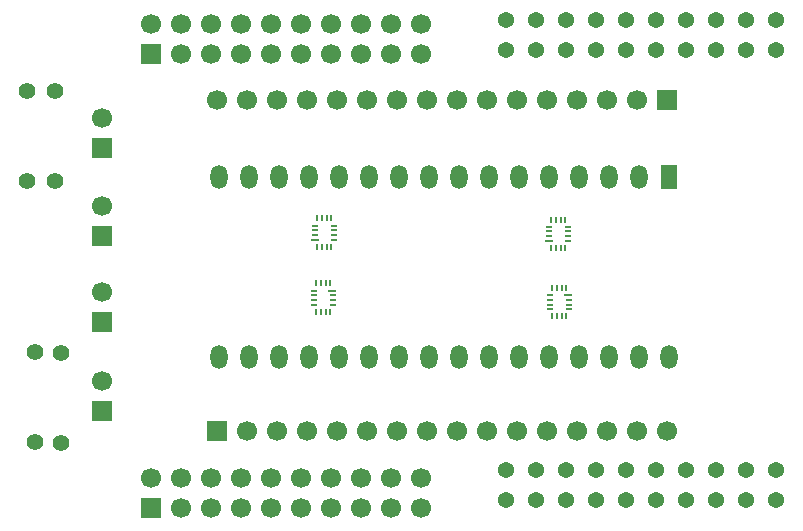
<source format=gbs>
%TF.GenerationSoftware,KiCad,Pcbnew,9.0.4*%
%TF.CreationDate,2025-10-21T11:21:35+02:00*%
%TF.ProjectId,GlasgowICAdapter,476c6173-676f-4774-9943-416461707465,rev?*%
%TF.SameCoordinates,Original*%
%TF.FileFunction,Soldermask,Bot*%
%TF.FilePolarity,Negative*%
%FSLAX46Y46*%
G04 Gerber Fmt 4.6, Leading zero omitted, Abs format (unit mm)*
G04 Created by KiCad (PCBNEW 9.0.4) date 2025-10-21 11:21:35*
%MOMM*%
%LPD*%
G01*
G04 APERTURE LIST*
%ADD10O,1.440000X2.000000*%
%ADD11R,1.440000X2.000000*%
%ADD12R,1.700000X1.700000*%
%ADD13C,1.700000*%
%ADD14C,1.400000*%
%ADD15C,1.371600*%
%ADD16R,0.700001X0.200000*%
%ADD17R,0.599999X0.200000*%
%ADD18R,0.200000X0.599999*%
G04 APERTURE END LIST*
D10*
%TO.C,J3*%
X146800000Y-108240000D03*
X144260000Y-108240000D03*
X141720000Y-108240000D03*
X139180000Y-108240000D03*
X136640000Y-108240000D03*
X134100000Y-108240000D03*
X131560000Y-108240000D03*
X129020000Y-108240000D03*
X126480000Y-108240000D03*
X123940000Y-108240000D03*
X121400000Y-108240000D03*
X118860000Y-108240000D03*
X116320000Y-108240000D03*
X113780000Y-108240000D03*
X111240000Y-108240000D03*
X108700000Y-108240000D03*
X108700000Y-93000000D03*
X111240000Y-93000000D03*
X113780000Y-93000000D03*
X116320000Y-93000000D03*
X118860000Y-93000000D03*
X121400000Y-93000000D03*
X123940000Y-93000000D03*
X126480000Y-93000000D03*
X129020000Y-93000000D03*
X131560000Y-93000000D03*
X134100000Y-93000000D03*
X136640000Y-93000000D03*
X139180000Y-93000000D03*
X141720000Y-93000000D03*
X144260000Y-93000000D03*
D11*
X146800000Y-93000000D03*
%TD*%
D12*
%TO.C,J5*%
X98800000Y-98010000D03*
D13*
X98800000Y-95470000D03*
%TD*%
D14*
%TO.C,R4*%
X95370000Y-107880000D03*
X95370000Y-115500000D03*
%TD*%
D12*
%TO.C,J11*%
X102940000Y-121040000D03*
D13*
X102940000Y-118500000D03*
X105480000Y-121040000D03*
X105480000Y-118500000D03*
X108020000Y-121040000D03*
X108020000Y-118500000D03*
X110560000Y-121040000D03*
X110560000Y-118500000D03*
X113100000Y-121040000D03*
X113100000Y-118500000D03*
X115640000Y-121040000D03*
X115640000Y-118500000D03*
X118180000Y-121040000D03*
X118180000Y-118500000D03*
X120720000Y-121040000D03*
X120720000Y-118500000D03*
X123260000Y-121040000D03*
X123260000Y-118500000D03*
X125800000Y-121040000D03*
X125800000Y-118500000D03*
%TD*%
D12*
%TO.C,J6*%
X146620000Y-86500000D03*
D13*
X144080000Y-86500000D03*
X141540000Y-86500000D03*
X139000000Y-86500000D03*
X136460000Y-86500000D03*
X133920000Y-86500000D03*
X131380000Y-86500000D03*
X128840000Y-86500000D03*
X126300000Y-86500000D03*
X123760000Y-86500000D03*
X121220000Y-86500000D03*
X118680000Y-86500000D03*
X116140000Y-86500000D03*
X113600000Y-86500000D03*
X111060000Y-86500000D03*
X108520000Y-86500000D03*
%TD*%
D12*
%TO.C,J7*%
X98800000Y-105235000D03*
D13*
X98800000Y-102695000D03*
%TD*%
D12*
%TO.C,J10*%
X102940000Y-82540000D03*
D13*
X102940000Y-80000000D03*
X105480000Y-82540000D03*
X105480000Y-80000000D03*
X108020000Y-82540000D03*
X108020000Y-80000000D03*
X110560000Y-82540000D03*
X110560000Y-80000000D03*
X113100000Y-82540000D03*
X113100000Y-80000000D03*
X115640000Y-82540000D03*
X115640000Y-80000000D03*
X118180000Y-82540000D03*
X118180000Y-80000000D03*
X120720000Y-82540000D03*
X120720000Y-80000000D03*
X123260000Y-82540000D03*
X123260000Y-80000000D03*
X125800000Y-82540000D03*
X125800000Y-80000000D03*
%TD*%
D14*
%TO.C,R3*%
X93120000Y-107820000D03*
X93120000Y-115440000D03*
%TD*%
D12*
%TO.C,J8*%
X98800000Y-112775000D03*
D13*
X98800000Y-110235000D03*
%TD*%
D14*
%TO.C,R2*%
X92500000Y-93310000D03*
X92500000Y-85690000D03*
%TD*%
%TO.C,R1*%
X94870000Y-93310000D03*
X94870000Y-85690000D03*
%TD*%
D12*
%TO.C,J9*%
X108560000Y-114500000D03*
D13*
X111100000Y-114500000D03*
X113640000Y-114500000D03*
X116180000Y-114500000D03*
X118720000Y-114500000D03*
X121260000Y-114500000D03*
X123800000Y-114500000D03*
X126340000Y-114500000D03*
X128880000Y-114500000D03*
X131420000Y-114500000D03*
X133960000Y-114500000D03*
X136500000Y-114500000D03*
X139040000Y-114500000D03*
X141580000Y-114500000D03*
X144120000Y-114500000D03*
X146660000Y-114500000D03*
%TD*%
D12*
%TO.C,J4*%
X98800000Y-90510000D03*
D13*
X98800000Y-87970000D03*
%TD*%
D15*
%TO.C,J2*%
X133000000Y-120378700D03*
X133000000Y-117838700D03*
X135540000Y-120378700D03*
X135540000Y-117838700D03*
X138080000Y-120378700D03*
X138080000Y-117838700D03*
X140620000Y-120378700D03*
X140620000Y-117838700D03*
X143160000Y-120378700D03*
X143160000Y-117838700D03*
X145700000Y-120378700D03*
X145700000Y-117838700D03*
X148240000Y-120378700D03*
X148240000Y-117838700D03*
X150780000Y-120378700D03*
X150780000Y-117838700D03*
X153320000Y-120378700D03*
X153320000Y-117838700D03*
X155860000Y-120378700D03*
X155860000Y-117838700D03*
%TD*%
D16*
%TO.C,U4*%
X118290002Y-102600000D03*
D17*
X118340002Y-102999999D03*
X118340002Y-103400001D03*
X118340002Y-103800000D03*
D18*
X118140000Y-104400001D03*
X117740001Y-104400001D03*
X117340001Y-104400001D03*
X116940000Y-104400001D03*
D17*
X116740000Y-103800000D03*
X116740000Y-103400001D03*
X116740000Y-102999999D03*
X116740000Y-102600000D03*
D18*
X116940000Y-102000001D03*
X117340001Y-102000001D03*
X117740001Y-102000001D03*
X118140000Y-102000001D03*
%TD*%
D16*
%TO.C,U5*%
X138290002Y-103000000D03*
D17*
X138340002Y-103399999D03*
X138340002Y-103800001D03*
X138340002Y-104200000D03*
D18*
X138140000Y-104800001D03*
X137740001Y-104800001D03*
X137340001Y-104800001D03*
X136940000Y-104800001D03*
D17*
X136740000Y-104200000D03*
X136740000Y-103800001D03*
X136740000Y-103399999D03*
X136740000Y-103000000D03*
D18*
X136940000Y-102400001D03*
X137340001Y-102400001D03*
X137740001Y-102400001D03*
X138140000Y-102400001D03*
%TD*%
D16*
%TO.C,U1*%
X136689998Y-98399999D03*
D17*
X136639998Y-98000000D03*
X136639998Y-97599998D03*
X136639998Y-97199999D03*
D18*
X136840000Y-96599998D03*
X137239999Y-96599998D03*
X137639999Y-96599998D03*
X138040000Y-96599998D03*
D17*
X138240000Y-97199999D03*
X138240000Y-97599998D03*
X138240000Y-98000000D03*
X138240000Y-98399999D03*
D18*
X138040000Y-98999998D03*
X137639999Y-98999998D03*
X137239999Y-98999998D03*
X136840000Y-98999998D03*
%TD*%
D15*
%TO.C,J1*%
X133000000Y-82278700D03*
X133000000Y-79738700D03*
X135540000Y-82278700D03*
X135540000Y-79738700D03*
X138080000Y-82278700D03*
X138080000Y-79738700D03*
X140620000Y-82278700D03*
X140620000Y-79738700D03*
X143160000Y-82278700D03*
X143160000Y-79738700D03*
X145700000Y-82278700D03*
X145700000Y-79738700D03*
X148240000Y-82278700D03*
X148240000Y-79738700D03*
X150780000Y-82278700D03*
X150780000Y-79738700D03*
X153320000Y-82278700D03*
X153320000Y-79738700D03*
X155860000Y-82278700D03*
X155860000Y-79738700D03*
%TD*%
D16*
%TO.C,U2*%
X116889998Y-98300001D03*
D17*
X116839998Y-97900002D03*
X116839998Y-97500000D03*
X116839998Y-97100001D03*
D18*
X117040000Y-96500000D03*
X117439999Y-96500000D03*
X117839999Y-96500000D03*
X118240000Y-96500000D03*
D17*
X118440000Y-97100001D03*
X118440000Y-97500000D03*
X118440000Y-97900002D03*
X118440000Y-98300001D03*
D18*
X118240000Y-98900000D03*
X117839999Y-98900000D03*
X117439999Y-98900000D03*
X117040000Y-98900000D03*
%TD*%
M02*

</source>
